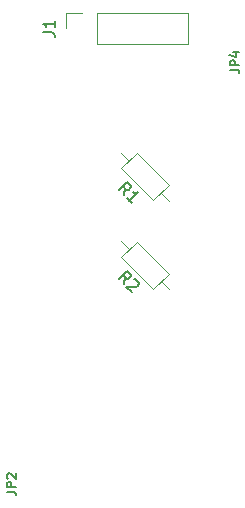
<source format=gbr>
G04 #@! TF.GenerationSoftware,KiCad,Pcbnew,5.1.4-e60b266~84~ubuntu18.04.1*
G04 #@! TF.CreationDate,2019-09-29T18:28:35-04:00*
G04 #@! TF.ProjectId,ib4,6962342e-6b69-4636-9164-5f7063625858,rev?*
G04 #@! TF.SameCoordinates,Original*
G04 #@! TF.FileFunction,Legend,Top*
G04 #@! TF.FilePolarity,Positive*
%FSLAX46Y46*%
G04 Gerber Fmt 4.6, Leading zero omitted, Abs format (unit mm)*
G04 Created by KiCad (PCBNEW 5.1.4-e60b266~84~ubuntu18.04.1) date 2019-09-29 18:28:35*
%MOMM*%
%LPD*%
G04 APERTURE LIST*
%ADD10C,0.120000*%
%ADD11C,0.138988*%
%ADD12C,0.150000*%
G04 APERTURE END LIST*
D10*
X108420000Y-28250000D02*
X108420000Y-26920000D01*
X108420000Y-26920000D02*
X109750000Y-26920000D01*
X111020000Y-26920000D02*
X118700000Y-26920000D01*
X118700000Y-29580000D02*
X118700000Y-26920000D01*
X111020000Y-29580000D02*
X118700000Y-29580000D01*
X111020000Y-29580000D02*
X111020000Y-26920000D01*
X113026527Y-38776527D02*
X113698278Y-39448278D01*
X117085320Y-42835320D02*
X116413568Y-42163568D01*
X113047740Y-40098816D02*
X115763030Y-42814106D01*
X114348816Y-38797740D02*
X113047740Y-40098816D01*
X117064106Y-41513030D02*
X114348816Y-38797740D01*
X115763030Y-42814106D02*
X117064106Y-41513030D01*
X115763030Y-50314106D02*
X117064106Y-49013030D01*
X117064106Y-49013030D02*
X114348816Y-46297740D01*
X114348816Y-46297740D02*
X113047740Y-47598816D01*
X113047740Y-47598816D02*
X115763030Y-50314106D01*
X117085320Y-50335320D02*
X116413568Y-49663568D01*
X113026527Y-46276527D02*
X113698278Y-46948278D01*
D11*
X103356470Y-67462893D02*
X103908013Y-67462893D01*
X104018321Y-67499662D01*
X104091860Y-67573201D01*
X104128630Y-67683510D01*
X104128630Y-67757049D01*
X104128630Y-67095197D02*
X103356470Y-67095197D01*
X103356470Y-66801041D01*
X103393240Y-66727502D01*
X103430009Y-66690733D01*
X103503548Y-66653963D01*
X103613857Y-66653963D01*
X103687396Y-66690733D01*
X103724165Y-66727502D01*
X103760935Y-66801041D01*
X103760935Y-67095197D01*
X103430009Y-66359807D02*
X103393240Y-66323037D01*
X103356470Y-66249498D01*
X103356470Y-66065651D01*
X103393240Y-65992112D01*
X103430009Y-65955342D01*
X103503548Y-65918573D01*
X103577087Y-65918573D01*
X103687396Y-65955342D01*
X104128630Y-66396576D01*
X104128630Y-65918573D01*
X122254070Y-31750493D02*
X122805613Y-31750493D01*
X122915921Y-31787262D01*
X122989460Y-31860801D01*
X123026230Y-31971110D01*
X123026230Y-32044649D01*
X123026230Y-31382797D02*
X122254070Y-31382797D01*
X122254070Y-31088641D01*
X122290840Y-31015102D01*
X122327609Y-30978333D01*
X122401148Y-30941563D01*
X122511457Y-30941563D01*
X122584996Y-30978333D01*
X122621765Y-31015102D01*
X122658535Y-31088641D01*
X122658535Y-31382797D01*
X122511457Y-30279712D02*
X123026230Y-30279712D01*
X122217300Y-30463559D02*
X122768843Y-30647407D01*
X122768843Y-30169403D01*
D12*
X106432380Y-28583333D02*
X107146666Y-28583333D01*
X107289523Y-28630952D01*
X107384761Y-28726190D01*
X107432380Y-28869047D01*
X107432380Y-28964285D01*
X107432380Y-27583333D02*
X107432380Y-28154761D01*
X107432380Y-27869047D02*
X106432380Y-27869047D01*
X106575238Y-27964285D01*
X106670476Y-28059523D01*
X106718095Y-28154761D01*
X113260545Y-42365598D02*
X113361560Y-41793178D01*
X112856484Y-41961537D02*
X113563590Y-41254430D01*
X113832965Y-41523804D01*
X113866636Y-41624819D01*
X113866636Y-41692163D01*
X113832965Y-41793178D01*
X113731949Y-41894193D01*
X113630934Y-41927865D01*
X113563590Y-41927865D01*
X113462575Y-41894193D01*
X113193201Y-41624819D01*
X113933980Y-43039033D02*
X113529919Y-42634972D01*
X113731949Y-42837003D02*
X114439056Y-42129896D01*
X114270697Y-42163568D01*
X114136010Y-42163568D01*
X114034995Y-42129896D01*
X113260545Y-49865598D02*
X113361560Y-49293178D01*
X112856484Y-49461537D02*
X113563590Y-48754430D01*
X113832965Y-49023804D01*
X113866636Y-49124819D01*
X113866636Y-49192163D01*
X113832965Y-49293178D01*
X113731949Y-49394193D01*
X113630934Y-49427865D01*
X113563590Y-49427865D01*
X113462575Y-49394193D01*
X113193201Y-49124819D01*
X114169682Y-49495209D02*
X114237026Y-49495209D01*
X114338041Y-49528880D01*
X114506400Y-49697239D01*
X114540071Y-49798255D01*
X114540071Y-49865598D01*
X114506400Y-49966613D01*
X114439056Y-50033957D01*
X114304369Y-50101300D01*
X113496247Y-50101300D01*
X113933980Y-50539033D01*
M02*

</source>
